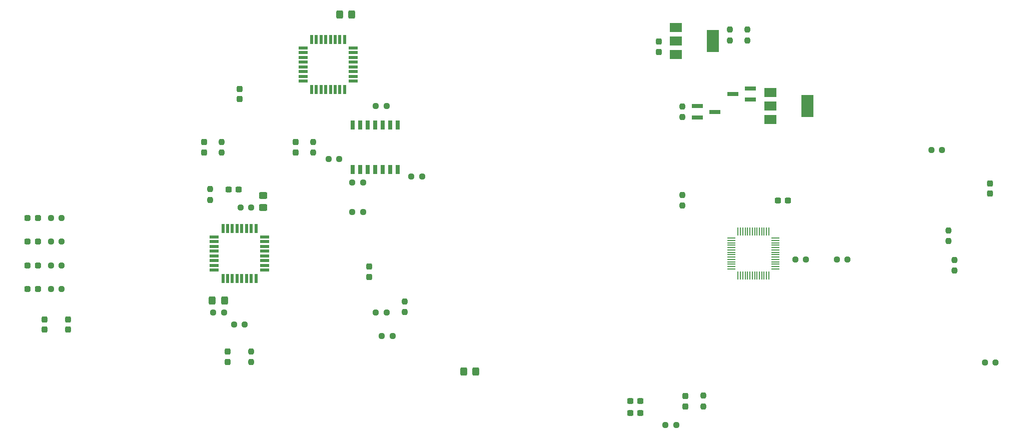
<source format=gtp>
%TF.GenerationSoftware,KiCad,Pcbnew,(6.0.9)*%
%TF.CreationDate,2022-12-21T05:14:32+09:00*%
%TF.ProjectId,main,6d61696e-2e6b-4696-9361-645f70636258,rev?*%
%TF.SameCoordinates,Original*%
%TF.FileFunction,Paste,Top*%
%TF.FilePolarity,Positive*%
%FSLAX46Y46*%
G04 Gerber Fmt 4.6, Leading zero omitted, Abs format (unit mm)*
G04 Created by KiCad (PCBNEW (6.0.9)) date 2022-12-21 05:14:32*
%MOMM*%
%LPD*%
G01*
G04 APERTURE LIST*
G04 Aperture macros list*
%AMRoundRect*
0 Rectangle with rounded corners*
0 $1 Rounding radius*
0 $2 $3 $4 $5 $6 $7 $8 $9 X,Y pos of 4 corners*
0 Add a 4 corners polygon primitive as box body*
4,1,4,$2,$3,$4,$5,$6,$7,$8,$9,$2,$3,0*
0 Add four circle primitives for the rounded corners*
1,1,$1+$1,$2,$3*
1,1,$1+$1,$4,$5*
1,1,$1+$1,$6,$7*
1,1,$1+$1,$8,$9*
0 Add four rect primitives between the rounded corners*
20,1,$1+$1,$2,$3,$4,$5,0*
20,1,$1+$1,$4,$5,$6,$7,0*
20,1,$1+$1,$6,$7,$8,$9,0*
20,1,$1+$1,$8,$9,$2,$3,0*%
G04 Aperture macros list end*
%ADD10RoundRect,0.237500X-0.237500X0.250000X-0.237500X-0.250000X0.237500X-0.250000X0.237500X0.250000X0*%
%ADD11RoundRect,0.237500X0.237500X-0.287500X0.237500X0.287500X-0.237500X0.287500X-0.237500X-0.287500X0*%
%ADD12RoundRect,0.237500X-0.300000X-0.237500X0.300000X-0.237500X0.300000X0.237500X-0.300000X0.237500X0*%
%ADD13RoundRect,0.237500X0.287500X0.237500X-0.287500X0.237500X-0.287500X-0.237500X0.287500X-0.237500X0*%
%ADD14R,2.000000X1.500000*%
%ADD15R,2.000000X3.800000*%
%ADD16RoundRect,0.237500X0.237500X-0.250000X0.237500X0.250000X-0.237500X0.250000X-0.237500X-0.250000X0*%
%ADD17RoundRect,0.250000X0.450000X-0.325000X0.450000X0.325000X-0.450000X0.325000X-0.450000X-0.325000X0*%
%ADD18RoundRect,0.237500X0.250000X0.237500X-0.250000X0.237500X-0.250000X-0.237500X0.250000X-0.237500X0*%
%ADD19RoundRect,0.237500X-0.237500X0.300000X-0.237500X-0.300000X0.237500X-0.300000X0.237500X0.300000X0*%
%ADD20RoundRect,0.237500X-0.250000X-0.237500X0.250000X-0.237500X0.250000X0.237500X-0.250000X0.237500X0*%
%ADD21RoundRect,0.250000X0.325000X0.450000X-0.325000X0.450000X-0.325000X-0.450000X0.325000X-0.450000X0*%
%ADD22RoundRect,0.237500X-0.237500X0.287500X-0.237500X-0.287500X0.237500X-0.287500X0.237500X0.287500X0*%
%ADD23R,1.900000X0.800000*%
%ADD24RoundRect,0.237500X0.300000X0.237500X-0.300000X0.237500X-0.300000X-0.237500X0.300000X-0.237500X0*%
%ADD25RoundRect,0.237500X0.237500X-0.300000X0.237500X0.300000X-0.237500X0.300000X-0.237500X-0.300000X0*%
%ADD26R,0.698500X1.597660*%
%ADD27R,0.550000X1.600000*%
%ADD28R,1.600000X0.550000*%
%ADD29R,0.200000X1.350000*%
%ADD30R,1.350000X0.200000*%
G04 APERTURE END LIST*
D10*
%TO.C,R20*%
X105000000Y-116587500D03*
X105000000Y-118412500D03*
%TD*%
%TO.C,R28*%
X115500000Y-81087500D03*
X115500000Y-82912500D03*
%TD*%
D11*
%TO.C,D4*%
X178500000Y-125875000D03*
X178500000Y-124125000D03*
%TD*%
D12*
%TO.C,C5*%
X169137500Y-127000000D03*
X170862500Y-127000000D03*
%TD*%
D13*
%TO.C,D15*%
X68875000Y-102000000D03*
X67125000Y-102000000D03*
%TD*%
D14*
%TO.C,U1*%
X176850000Y-61700000D03*
D15*
X183150000Y-64000000D03*
D14*
X176850000Y-64000000D03*
X176850000Y-66300000D03*
%TD*%
D16*
%TO.C,R23*%
X100000000Y-82912500D03*
X100000000Y-81087500D03*
%TD*%
D10*
%TO.C,R31*%
X186000000Y-62087500D03*
X186000000Y-63912500D03*
%TD*%
D17*
%TO.C,D5*%
X107000000Y-92200000D03*
X107000000Y-90150000D03*
%TD*%
D18*
%TO.C,R7*%
X221912500Y-82500000D03*
X220087500Y-82500000D03*
%TD*%
D19*
%TO.C,C10*%
X70000000Y-111137500D03*
X70000000Y-112862500D03*
%TD*%
D20*
%TO.C,R14*%
X122087500Y-88000000D03*
X123912500Y-88000000D03*
%TD*%
D21*
%TO.C,D8*%
X100455000Y-107960000D03*
X98405000Y-107960000D03*
%TD*%
D10*
%TO.C,R41*%
X131000000Y-108087500D03*
X131000000Y-109912500D03*
%TD*%
D16*
%TO.C,R15*%
X181500000Y-125912500D03*
X181500000Y-124087500D03*
%TD*%
D20*
%TO.C,R34*%
X204087500Y-101000000D03*
X205912500Y-101000000D03*
%TD*%
D22*
%TO.C,D9*%
X112500000Y-81125000D03*
X112500000Y-82875000D03*
%TD*%
D11*
%TO.C,D7*%
X97000000Y-82875000D03*
X97000000Y-81125000D03*
%TD*%
D23*
%TO.C,Q1*%
X189500000Y-73950000D03*
X189500000Y-72050000D03*
X186500000Y-73000000D03*
%TD*%
D20*
%TO.C,R8*%
X122087500Y-93000000D03*
X123912500Y-93000000D03*
%TD*%
D18*
%TO.C,R39*%
X127912500Y-110000000D03*
X126087500Y-110000000D03*
%TD*%
%TO.C,R43*%
X72912500Y-98000000D03*
X71087500Y-98000000D03*
%TD*%
D20*
%TO.C,R13*%
X126087500Y-75000000D03*
X127912500Y-75000000D03*
%TD*%
D23*
%TO.C,Q2*%
X180500000Y-75050000D03*
X180500000Y-76950000D03*
X183500000Y-76000000D03*
%TD*%
D18*
%TO.C,R36*%
X231000000Y-118500000D03*
X229175000Y-118500000D03*
%TD*%
D11*
%TO.C,D18*%
X125000000Y-103962500D03*
X125000000Y-102212500D03*
%TD*%
D20*
%TO.C,R21*%
X102087500Y-112000000D03*
X103912500Y-112000000D03*
%TD*%
D16*
%TO.C,R22*%
X98000000Y-90912500D03*
X98000000Y-89087500D03*
%TD*%
D20*
%TO.C,R19*%
X103175000Y-92175000D03*
X105000000Y-92175000D03*
%TD*%
D16*
%TO.C,R30*%
X178000000Y-91912500D03*
X178000000Y-90087500D03*
%TD*%
D24*
%TO.C,C7*%
X102862500Y-89175000D03*
X101137500Y-89175000D03*
%TD*%
D18*
%TO.C,R10*%
X119912500Y-84000000D03*
X118087500Y-84000000D03*
%TD*%
D25*
%TO.C,C1*%
X174000000Y-65862500D03*
X174000000Y-64137500D03*
%TD*%
D22*
%TO.C,D6*%
X101000000Y-116625000D03*
X101000000Y-118375000D03*
%TD*%
D25*
%TO.C,C2*%
X230000000Y-89862500D03*
X230000000Y-88137500D03*
%TD*%
D26*
%TO.C,U2*%
X129807460Y-78235720D03*
X128537460Y-78235720D03*
X127267460Y-78235720D03*
X126000000Y-78235720D03*
X124732540Y-78235720D03*
X123462540Y-78235720D03*
X122192540Y-78235720D03*
X122192540Y-85764280D03*
X123462540Y-85764280D03*
X124732540Y-85764280D03*
X126000000Y-85764280D03*
X127267460Y-85764280D03*
X128537460Y-85764280D03*
X129807460Y-85764280D03*
%TD*%
D10*
%TO.C,R1*%
X224000000Y-101087500D03*
X224000000Y-102912500D03*
%TD*%
D18*
%TO.C,R45*%
X72912500Y-106000000D03*
X71087500Y-106000000D03*
%TD*%
D19*
%TO.C,C9*%
X74000000Y-111137500D03*
X74000000Y-112862500D03*
%TD*%
D14*
%TO.C,U9*%
X192850000Y-72700000D03*
X192850000Y-75000000D03*
D15*
X199150000Y-75000000D03*
D14*
X192850000Y-77300000D03*
%TD*%
D12*
%TO.C,C26*%
X169137500Y-125000000D03*
X170862500Y-125000000D03*
%TD*%
D27*
%TO.C,U5*%
X100200000Y-104250000D03*
X101000000Y-104250000D03*
X101800000Y-104250000D03*
X102600000Y-104250000D03*
X103400000Y-104250000D03*
X104200000Y-104250000D03*
X105000000Y-104250000D03*
X105800000Y-104250000D03*
D28*
X107250000Y-102800000D03*
X107250000Y-102000000D03*
X107250000Y-101200000D03*
X107250000Y-100400000D03*
X107250000Y-99600000D03*
X107250000Y-98800000D03*
X107250000Y-98000000D03*
X107250000Y-97200000D03*
D27*
X105800000Y-95750000D03*
X105000000Y-95750000D03*
X104200000Y-95750000D03*
X103400000Y-95750000D03*
X102600000Y-95750000D03*
X101800000Y-95750000D03*
X101000000Y-95750000D03*
X100200000Y-95750000D03*
D28*
X98750000Y-97200000D03*
X98750000Y-98000000D03*
X98750000Y-98800000D03*
X98750000Y-99600000D03*
X98750000Y-100400000D03*
X98750000Y-101200000D03*
X98750000Y-102000000D03*
X98750000Y-102800000D03*
%TD*%
D25*
%TO.C,C4*%
X103000000Y-73862500D03*
X103000000Y-72137500D03*
%TD*%
D20*
%TO.C,R12*%
X132087500Y-87000000D03*
X133912500Y-87000000D03*
%TD*%
D13*
%TO.C,D16*%
X68875000Y-106000000D03*
X67125000Y-106000000D03*
%TD*%
D16*
%TO.C,R2*%
X223000000Y-97912500D03*
X223000000Y-96087500D03*
%TD*%
D13*
%TO.C,D13*%
X68875000Y-94000000D03*
X67125000Y-94000000D03*
%TD*%
D28*
%TO.C,U6*%
X113750000Y-65200000D03*
X113750000Y-66000000D03*
X113750000Y-66800000D03*
X113750000Y-67600000D03*
X113750000Y-68400000D03*
X113750000Y-69200000D03*
X113750000Y-70000000D03*
X113750000Y-70800000D03*
D27*
X115200000Y-72250000D03*
X116000000Y-72250000D03*
X116800000Y-72250000D03*
X117600000Y-72250000D03*
X118400000Y-72250000D03*
X119200000Y-72250000D03*
X120000000Y-72250000D03*
X120800000Y-72250000D03*
D28*
X122250000Y-70800000D03*
X122250000Y-70000000D03*
X122250000Y-69200000D03*
X122250000Y-68400000D03*
X122250000Y-67600000D03*
X122250000Y-66800000D03*
X122250000Y-66000000D03*
X122250000Y-65200000D03*
D27*
X120800000Y-63750000D03*
X120000000Y-63750000D03*
X119200000Y-63750000D03*
X118400000Y-63750000D03*
X117600000Y-63750000D03*
X116800000Y-63750000D03*
X116000000Y-63750000D03*
X115200000Y-63750000D03*
%TD*%
D20*
%TO.C,R33*%
X197087500Y-101000000D03*
X198912500Y-101000000D03*
%TD*%
D12*
%TO.C,C20*%
X194137500Y-91000000D03*
X195862500Y-91000000D03*
%TD*%
D21*
%TO.C,D17*%
X143025000Y-120000000D03*
X140975000Y-120000000D03*
%TD*%
D16*
%TO.C,R32*%
X189000000Y-63912500D03*
X189000000Y-62087500D03*
%TD*%
D13*
%TO.C,D14*%
X68875000Y-98000000D03*
X67125000Y-98000000D03*
%TD*%
D18*
%TO.C,R38*%
X128912500Y-114000000D03*
X127087500Y-114000000D03*
%TD*%
%TO.C,R4*%
X176912500Y-129000000D03*
X175087500Y-129000000D03*
%TD*%
D29*
%TO.C,U7*%
X192600000Y-96300000D03*
X192200000Y-96300000D03*
X191800000Y-96300000D03*
X191400000Y-96300000D03*
X191000000Y-96300000D03*
X190600000Y-96300000D03*
X190200000Y-96300000D03*
X189800000Y-96300000D03*
X189400000Y-96300000D03*
X189000000Y-96300000D03*
X188600000Y-96300000D03*
X188200000Y-96300000D03*
X187800000Y-96300000D03*
X187400000Y-96300000D03*
D30*
X186300000Y-97400000D03*
X186300000Y-97800000D03*
X186300000Y-98200000D03*
X186300000Y-98600000D03*
X186300000Y-99000000D03*
X186300000Y-99400000D03*
X186300000Y-99800000D03*
X186300000Y-100200000D03*
X186300000Y-100600000D03*
X186300000Y-101000000D03*
X186300000Y-101400000D03*
X186300000Y-101800000D03*
X186300000Y-102200000D03*
X186300000Y-102600000D03*
D29*
X187400000Y-103700000D03*
X187800000Y-103700000D03*
X188200000Y-103700000D03*
X188600000Y-103700000D03*
X189000000Y-103700000D03*
X189400000Y-103700000D03*
X189800000Y-103700000D03*
X190200000Y-103700000D03*
X190600000Y-103700000D03*
X191000000Y-103700000D03*
X191400000Y-103700000D03*
X191800000Y-103700000D03*
X192200000Y-103700000D03*
X192600000Y-103700000D03*
D30*
X193700000Y-102600000D03*
X193700000Y-102200000D03*
X193700000Y-101800000D03*
X193700000Y-101400000D03*
X193700000Y-101000000D03*
X193700000Y-100600000D03*
X193700000Y-100200000D03*
X193700000Y-99800000D03*
X193700000Y-99400000D03*
X193700000Y-99000000D03*
X193700000Y-98600000D03*
X193700000Y-98200000D03*
X193700000Y-97800000D03*
X193700000Y-97400000D03*
%TD*%
D18*
%TO.C,R44*%
X72912500Y-102000000D03*
X71087500Y-102000000D03*
%TD*%
D20*
%TO.C,R24*%
X98542500Y-109960000D03*
X100367500Y-109960000D03*
%TD*%
D16*
%TO.C,R16*%
X178000000Y-76912500D03*
X178000000Y-75087500D03*
%TD*%
D21*
%TO.C,D10*%
X122025000Y-59500000D03*
X119975000Y-59500000D03*
%TD*%
D18*
%TO.C,R42*%
X72912500Y-94000000D03*
X71087500Y-94000000D03*
%TD*%
M02*

</source>
